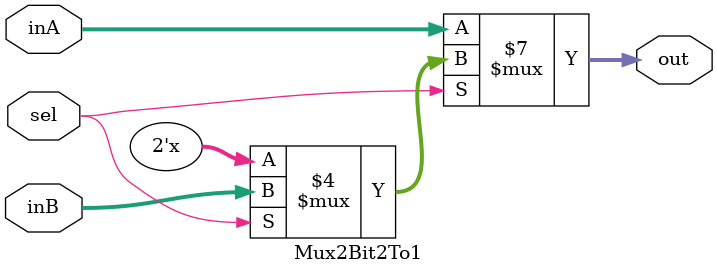
<source format=v>
`timescale 1ns / 1ps


module Mux2Bit2To1(out, inA, inB, sel);

    output reg [1:0] out;
    
    input [1:0] inA;
    input [1:0] inB;
    input sel;

    /* Fill in the implementation here ... */ 
    always @ (inA, inB, sel)
    begin
        if (sel == 0)
            out <= inA;
        else if (sel == 1)
            out <= inB;
    end
endmodule

</source>
